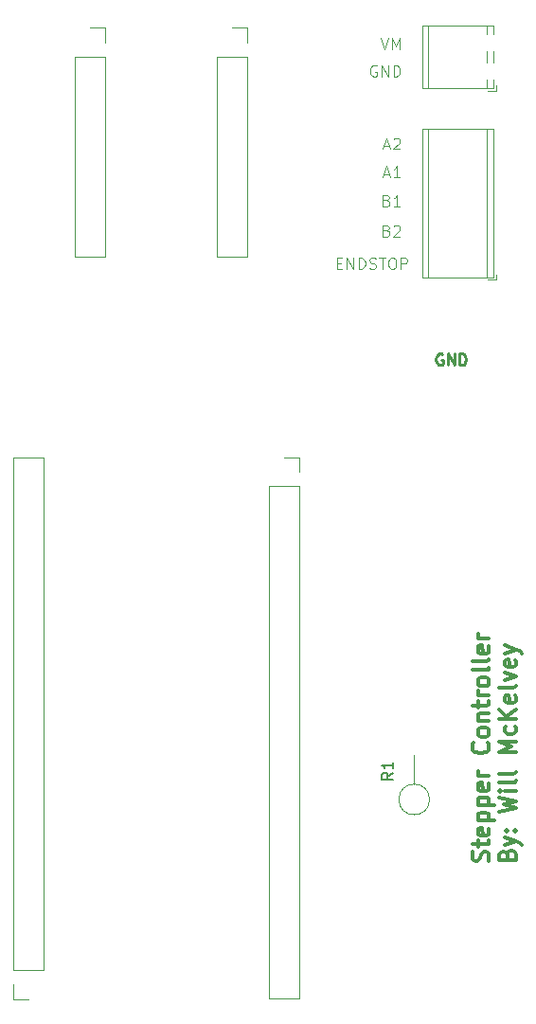
<source format=gto>
G04 #@! TF.GenerationSoftware,KiCad,Pcbnew,8.0.2*
G04 #@! TF.CreationDate,2024-07-19T17:57:26-05:00*
G04 #@! TF.ProjectId,syringe_pump_circuit,73797269-6e67-4655-9f70-756d705f6369,rev?*
G04 #@! TF.SameCoordinates,Original*
G04 #@! TF.FileFunction,Legend,Top*
G04 #@! TF.FilePolarity,Positive*
%FSLAX46Y46*%
G04 Gerber Fmt 4.6, Leading zero omitted, Abs format (unit mm)*
G04 Created by KiCad (PCBNEW 8.0.2) date 2024-07-19 17:57:26*
%MOMM*%
%LPD*%
G01*
G04 APERTURE LIST*
%ADD10C,0.250000*%
%ADD11C,0.300000*%
%ADD12C,0.100000*%
%ADD13C,0.150000*%
%ADD14C,0.120000*%
G04 APERTURE END LIST*
D10*
X188026377Y-69212238D02*
X187931139Y-69164619D01*
X187931139Y-69164619D02*
X187788282Y-69164619D01*
X187788282Y-69164619D02*
X187645425Y-69212238D01*
X187645425Y-69212238D02*
X187550187Y-69307476D01*
X187550187Y-69307476D02*
X187502568Y-69402714D01*
X187502568Y-69402714D02*
X187454949Y-69593190D01*
X187454949Y-69593190D02*
X187454949Y-69736047D01*
X187454949Y-69736047D02*
X187502568Y-69926523D01*
X187502568Y-69926523D02*
X187550187Y-70021761D01*
X187550187Y-70021761D02*
X187645425Y-70117000D01*
X187645425Y-70117000D02*
X187788282Y-70164619D01*
X187788282Y-70164619D02*
X187883520Y-70164619D01*
X187883520Y-70164619D02*
X188026377Y-70117000D01*
X188026377Y-70117000D02*
X188073996Y-70069380D01*
X188073996Y-70069380D02*
X188073996Y-69736047D01*
X188073996Y-69736047D02*
X187883520Y-69736047D01*
X188502568Y-70164619D02*
X188502568Y-69164619D01*
X188502568Y-69164619D02*
X189073996Y-70164619D01*
X189073996Y-70164619D02*
X189073996Y-69164619D01*
X189550187Y-70164619D02*
X189550187Y-69164619D01*
X189550187Y-69164619D02*
X189788282Y-69164619D01*
X189788282Y-69164619D02*
X189931139Y-69212238D01*
X189931139Y-69212238D02*
X190026377Y-69307476D01*
X190026377Y-69307476D02*
X190073996Y-69402714D01*
X190073996Y-69402714D02*
X190121615Y-69593190D01*
X190121615Y-69593190D02*
X190121615Y-69736047D01*
X190121615Y-69736047D02*
X190073996Y-69926523D01*
X190073996Y-69926523D02*
X190026377Y-70021761D01*
X190026377Y-70021761D02*
X189931139Y-70117000D01*
X189931139Y-70117000D02*
X189788282Y-70164619D01*
X189788282Y-70164619D02*
X189550187Y-70164619D01*
D11*
X192114484Y-114516917D02*
X192185912Y-114302632D01*
X192185912Y-114302632D02*
X192185912Y-113945489D01*
X192185912Y-113945489D02*
X192114484Y-113802632D01*
X192114484Y-113802632D02*
X192043055Y-113731203D01*
X192043055Y-113731203D02*
X191900198Y-113659774D01*
X191900198Y-113659774D02*
X191757341Y-113659774D01*
X191757341Y-113659774D02*
X191614484Y-113731203D01*
X191614484Y-113731203D02*
X191543055Y-113802632D01*
X191543055Y-113802632D02*
X191471626Y-113945489D01*
X191471626Y-113945489D02*
X191400198Y-114231203D01*
X191400198Y-114231203D02*
X191328769Y-114374060D01*
X191328769Y-114374060D02*
X191257341Y-114445489D01*
X191257341Y-114445489D02*
X191114484Y-114516917D01*
X191114484Y-114516917D02*
X190971626Y-114516917D01*
X190971626Y-114516917D02*
X190828769Y-114445489D01*
X190828769Y-114445489D02*
X190757341Y-114374060D01*
X190757341Y-114374060D02*
X190685912Y-114231203D01*
X190685912Y-114231203D02*
X190685912Y-113874060D01*
X190685912Y-113874060D02*
X190757341Y-113659774D01*
X191185912Y-113231203D02*
X191185912Y-112659775D01*
X190685912Y-113016918D02*
X191971626Y-113016918D01*
X191971626Y-113016918D02*
X192114484Y-112945489D01*
X192114484Y-112945489D02*
X192185912Y-112802632D01*
X192185912Y-112802632D02*
X192185912Y-112659775D01*
X192114484Y-111588346D02*
X192185912Y-111731203D01*
X192185912Y-111731203D02*
X192185912Y-112016918D01*
X192185912Y-112016918D02*
X192114484Y-112159775D01*
X192114484Y-112159775D02*
X191971626Y-112231203D01*
X191971626Y-112231203D02*
X191400198Y-112231203D01*
X191400198Y-112231203D02*
X191257341Y-112159775D01*
X191257341Y-112159775D02*
X191185912Y-112016918D01*
X191185912Y-112016918D02*
X191185912Y-111731203D01*
X191185912Y-111731203D02*
X191257341Y-111588346D01*
X191257341Y-111588346D02*
X191400198Y-111516918D01*
X191400198Y-111516918D02*
X191543055Y-111516918D01*
X191543055Y-111516918D02*
X191685912Y-112231203D01*
X191185912Y-110874061D02*
X192685912Y-110874061D01*
X191257341Y-110874061D02*
X191185912Y-110731204D01*
X191185912Y-110731204D02*
X191185912Y-110445489D01*
X191185912Y-110445489D02*
X191257341Y-110302632D01*
X191257341Y-110302632D02*
X191328769Y-110231204D01*
X191328769Y-110231204D02*
X191471626Y-110159775D01*
X191471626Y-110159775D02*
X191900198Y-110159775D01*
X191900198Y-110159775D02*
X192043055Y-110231204D01*
X192043055Y-110231204D02*
X192114484Y-110302632D01*
X192114484Y-110302632D02*
X192185912Y-110445489D01*
X192185912Y-110445489D02*
X192185912Y-110731204D01*
X192185912Y-110731204D02*
X192114484Y-110874061D01*
X191185912Y-109516918D02*
X192685912Y-109516918D01*
X191257341Y-109516918D02*
X191185912Y-109374061D01*
X191185912Y-109374061D02*
X191185912Y-109088346D01*
X191185912Y-109088346D02*
X191257341Y-108945489D01*
X191257341Y-108945489D02*
X191328769Y-108874061D01*
X191328769Y-108874061D02*
X191471626Y-108802632D01*
X191471626Y-108802632D02*
X191900198Y-108802632D01*
X191900198Y-108802632D02*
X192043055Y-108874061D01*
X192043055Y-108874061D02*
X192114484Y-108945489D01*
X192114484Y-108945489D02*
X192185912Y-109088346D01*
X192185912Y-109088346D02*
X192185912Y-109374061D01*
X192185912Y-109374061D02*
X192114484Y-109516918D01*
X192114484Y-107588346D02*
X192185912Y-107731203D01*
X192185912Y-107731203D02*
X192185912Y-108016918D01*
X192185912Y-108016918D02*
X192114484Y-108159775D01*
X192114484Y-108159775D02*
X191971626Y-108231203D01*
X191971626Y-108231203D02*
X191400198Y-108231203D01*
X191400198Y-108231203D02*
X191257341Y-108159775D01*
X191257341Y-108159775D02*
X191185912Y-108016918D01*
X191185912Y-108016918D02*
X191185912Y-107731203D01*
X191185912Y-107731203D02*
X191257341Y-107588346D01*
X191257341Y-107588346D02*
X191400198Y-107516918D01*
X191400198Y-107516918D02*
X191543055Y-107516918D01*
X191543055Y-107516918D02*
X191685912Y-108231203D01*
X192185912Y-106874061D02*
X191185912Y-106874061D01*
X191471626Y-106874061D02*
X191328769Y-106802632D01*
X191328769Y-106802632D02*
X191257341Y-106731204D01*
X191257341Y-106731204D02*
X191185912Y-106588346D01*
X191185912Y-106588346D02*
X191185912Y-106445489D01*
X192043055Y-103945490D02*
X192114484Y-104016918D01*
X192114484Y-104016918D02*
X192185912Y-104231204D01*
X192185912Y-104231204D02*
X192185912Y-104374061D01*
X192185912Y-104374061D02*
X192114484Y-104588347D01*
X192114484Y-104588347D02*
X191971626Y-104731204D01*
X191971626Y-104731204D02*
X191828769Y-104802633D01*
X191828769Y-104802633D02*
X191543055Y-104874061D01*
X191543055Y-104874061D02*
X191328769Y-104874061D01*
X191328769Y-104874061D02*
X191043055Y-104802633D01*
X191043055Y-104802633D02*
X190900198Y-104731204D01*
X190900198Y-104731204D02*
X190757341Y-104588347D01*
X190757341Y-104588347D02*
X190685912Y-104374061D01*
X190685912Y-104374061D02*
X190685912Y-104231204D01*
X190685912Y-104231204D02*
X190757341Y-104016918D01*
X190757341Y-104016918D02*
X190828769Y-103945490D01*
X192185912Y-103088347D02*
X192114484Y-103231204D01*
X192114484Y-103231204D02*
X192043055Y-103302633D01*
X192043055Y-103302633D02*
X191900198Y-103374061D01*
X191900198Y-103374061D02*
X191471626Y-103374061D01*
X191471626Y-103374061D02*
X191328769Y-103302633D01*
X191328769Y-103302633D02*
X191257341Y-103231204D01*
X191257341Y-103231204D02*
X191185912Y-103088347D01*
X191185912Y-103088347D02*
X191185912Y-102874061D01*
X191185912Y-102874061D02*
X191257341Y-102731204D01*
X191257341Y-102731204D02*
X191328769Y-102659776D01*
X191328769Y-102659776D02*
X191471626Y-102588347D01*
X191471626Y-102588347D02*
X191900198Y-102588347D01*
X191900198Y-102588347D02*
X192043055Y-102659776D01*
X192043055Y-102659776D02*
X192114484Y-102731204D01*
X192114484Y-102731204D02*
X192185912Y-102874061D01*
X192185912Y-102874061D02*
X192185912Y-103088347D01*
X191185912Y-101945490D02*
X192185912Y-101945490D01*
X191328769Y-101945490D02*
X191257341Y-101874061D01*
X191257341Y-101874061D02*
X191185912Y-101731204D01*
X191185912Y-101731204D02*
X191185912Y-101516918D01*
X191185912Y-101516918D02*
X191257341Y-101374061D01*
X191257341Y-101374061D02*
X191400198Y-101302633D01*
X191400198Y-101302633D02*
X192185912Y-101302633D01*
X191185912Y-100802632D02*
X191185912Y-100231204D01*
X190685912Y-100588347D02*
X191971626Y-100588347D01*
X191971626Y-100588347D02*
X192114484Y-100516918D01*
X192114484Y-100516918D02*
X192185912Y-100374061D01*
X192185912Y-100374061D02*
X192185912Y-100231204D01*
X192185912Y-99731204D02*
X191185912Y-99731204D01*
X191471626Y-99731204D02*
X191328769Y-99659775D01*
X191328769Y-99659775D02*
X191257341Y-99588347D01*
X191257341Y-99588347D02*
X191185912Y-99445489D01*
X191185912Y-99445489D02*
X191185912Y-99302632D01*
X192185912Y-98588347D02*
X192114484Y-98731204D01*
X192114484Y-98731204D02*
X192043055Y-98802633D01*
X192043055Y-98802633D02*
X191900198Y-98874061D01*
X191900198Y-98874061D02*
X191471626Y-98874061D01*
X191471626Y-98874061D02*
X191328769Y-98802633D01*
X191328769Y-98802633D02*
X191257341Y-98731204D01*
X191257341Y-98731204D02*
X191185912Y-98588347D01*
X191185912Y-98588347D02*
X191185912Y-98374061D01*
X191185912Y-98374061D02*
X191257341Y-98231204D01*
X191257341Y-98231204D02*
X191328769Y-98159776D01*
X191328769Y-98159776D02*
X191471626Y-98088347D01*
X191471626Y-98088347D02*
X191900198Y-98088347D01*
X191900198Y-98088347D02*
X192043055Y-98159776D01*
X192043055Y-98159776D02*
X192114484Y-98231204D01*
X192114484Y-98231204D02*
X192185912Y-98374061D01*
X192185912Y-98374061D02*
X192185912Y-98588347D01*
X192185912Y-97231204D02*
X192114484Y-97374061D01*
X192114484Y-97374061D02*
X191971626Y-97445490D01*
X191971626Y-97445490D02*
X190685912Y-97445490D01*
X192185912Y-96445490D02*
X192114484Y-96588347D01*
X192114484Y-96588347D02*
X191971626Y-96659776D01*
X191971626Y-96659776D02*
X190685912Y-96659776D01*
X192114484Y-95302633D02*
X192185912Y-95445490D01*
X192185912Y-95445490D02*
X192185912Y-95731205D01*
X192185912Y-95731205D02*
X192114484Y-95874062D01*
X192114484Y-95874062D02*
X191971626Y-95945490D01*
X191971626Y-95945490D02*
X191400198Y-95945490D01*
X191400198Y-95945490D02*
X191257341Y-95874062D01*
X191257341Y-95874062D02*
X191185912Y-95731205D01*
X191185912Y-95731205D02*
X191185912Y-95445490D01*
X191185912Y-95445490D02*
X191257341Y-95302633D01*
X191257341Y-95302633D02*
X191400198Y-95231205D01*
X191400198Y-95231205D02*
X191543055Y-95231205D01*
X191543055Y-95231205D02*
X191685912Y-95945490D01*
X192185912Y-94588348D02*
X191185912Y-94588348D01*
X191471626Y-94588348D02*
X191328769Y-94516919D01*
X191328769Y-94516919D02*
X191257341Y-94445491D01*
X191257341Y-94445491D02*
X191185912Y-94302633D01*
X191185912Y-94302633D02*
X191185912Y-94159776D01*
X193815114Y-113945489D02*
X193886542Y-113731203D01*
X193886542Y-113731203D02*
X193957971Y-113659774D01*
X193957971Y-113659774D02*
X194100828Y-113588346D01*
X194100828Y-113588346D02*
X194315114Y-113588346D01*
X194315114Y-113588346D02*
X194457971Y-113659774D01*
X194457971Y-113659774D02*
X194529400Y-113731203D01*
X194529400Y-113731203D02*
X194600828Y-113874060D01*
X194600828Y-113874060D02*
X194600828Y-114445489D01*
X194600828Y-114445489D02*
X193100828Y-114445489D01*
X193100828Y-114445489D02*
X193100828Y-113945489D01*
X193100828Y-113945489D02*
X193172257Y-113802632D01*
X193172257Y-113802632D02*
X193243685Y-113731203D01*
X193243685Y-113731203D02*
X193386542Y-113659774D01*
X193386542Y-113659774D02*
X193529400Y-113659774D01*
X193529400Y-113659774D02*
X193672257Y-113731203D01*
X193672257Y-113731203D02*
X193743685Y-113802632D01*
X193743685Y-113802632D02*
X193815114Y-113945489D01*
X193815114Y-113945489D02*
X193815114Y-114445489D01*
X193600828Y-113088346D02*
X194600828Y-112731203D01*
X193600828Y-112374060D02*
X194600828Y-112731203D01*
X194600828Y-112731203D02*
X194957971Y-112874060D01*
X194957971Y-112874060D02*
X195029400Y-112945489D01*
X195029400Y-112945489D02*
X195100828Y-113088346D01*
X194457971Y-111802632D02*
X194529400Y-111731203D01*
X194529400Y-111731203D02*
X194600828Y-111802632D01*
X194600828Y-111802632D02*
X194529400Y-111874060D01*
X194529400Y-111874060D02*
X194457971Y-111802632D01*
X194457971Y-111802632D02*
X194600828Y-111802632D01*
X193672257Y-111802632D02*
X193743685Y-111731203D01*
X193743685Y-111731203D02*
X193815114Y-111802632D01*
X193815114Y-111802632D02*
X193743685Y-111874060D01*
X193743685Y-111874060D02*
X193672257Y-111802632D01*
X193672257Y-111802632D02*
X193815114Y-111802632D01*
X193100828Y-110088346D02*
X194600828Y-109731203D01*
X194600828Y-109731203D02*
X193529400Y-109445489D01*
X193529400Y-109445489D02*
X194600828Y-109159774D01*
X194600828Y-109159774D02*
X193100828Y-108802632D01*
X194600828Y-108231203D02*
X193600828Y-108231203D01*
X193100828Y-108231203D02*
X193172257Y-108302631D01*
X193172257Y-108302631D02*
X193243685Y-108231203D01*
X193243685Y-108231203D02*
X193172257Y-108159774D01*
X193172257Y-108159774D02*
X193100828Y-108231203D01*
X193100828Y-108231203D02*
X193243685Y-108231203D01*
X194600828Y-107302631D02*
X194529400Y-107445488D01*
X194529400Y-107445488D02*
X194386542Y-107516917D01*
X194386542Y-107516917D02*
X193100828Y-107516917D01*
X194600828Y-106516917D02*
X194529400Y-106659774D01*
X194529400Y-106659774D02*
X194386542Y-106731203D01*
X194386542Y-106731203D02*
X193100828Y-106731203D01*
X194600828Y-104802632D02*
X193100828Y-104802632D01*
X193100828Y-104802632D02*
X194172257Y-104302632D01*
X194172257Y-104302632D02*
X193100828Y-103802632D01*
X193100828Y-103802632D02*
X194600828Y-103802632D01*
X194529400Y-102445489D02*
X194600828Y-102588346D01*
X194600828Y-102588346D02*
X194600828Y-102874060D01*
X194600828Y-102874060D02*
X194529400Y-103016917D01*
X194529400Y-103016917D02*
X194457971Y-103088346D01*
X194457971Y-103088346D02*
X194315114Y-103159774D01*
X194315114Y-103159774D02*
X193886542Y-103159774D01*
X193886542Y-103159774D02*
X193743685Y-103088346D01*
X193743685Y-103088346D02*
X193672257Y-103016917D01*
X193672257Y-103016917D02*
X193600828Y-102874060D01*
X193600828Y-102874060D02*
X193600828Y-102588346D01*
X193600828Y-102588346D02*
X193672257Y-102445489D01*
X194600828Y-101802632D02*
X193100828Y-101802632D01*
X194600828Y-100945489D02*
X193743685Y-101588346D01*
X193100828Y-100945489D02*
X193957971Y-101802632D01*
X194529400Y-99731203D02*
X194600828Y-99874060D01*
X194600828Y-99874060D02*
X194600828Y-100159775D01*
X194600828Y-100159775D02*
X194529400Y-100302632D01*
X194529400Y-100302632D02*
X194386542Y-100374060D01*
X194386542Y-100374060D02*
X193815114Y-100374060D01*
X193815114Y-100374060D02*
X193672257Y-100302632D01*
X193672257Y-100302632D02*
X193600828Y-100159775D01*
X193600828Y-100159775D02*
X193600828Y-99874060D01*
X193600828Y-99874060D02*
X193672257Y-99731203D01*
X193672257Y-99731203D02*
X193815114Y-99659775D01*
X193815114Y-99659775D02*
X193957971Y-99659775D01*
X193957971Y-99659775D02*
X194100828Y-100374060D01*
X194600828Y-98802632D02*
X194529400Y-98945489D01*
X194529400Y-98945489D02*
X194386542Y-99016918D01*
X194386542Y-99016918D02*
X193100828Y-99016918D01*
X193600828Y-98374061D02*
X194600828Y-98016918D01*
X194600828Y-98016918D02*
X193600828Y-97659775D01*
X194529400Y-96516918D02*
X194600828Y-96659775D01*
X194600828Y-96659775D02*
X194600828Y-96945490D01*
X194600828Y-96945490D02*
X194529400Y-97088347D01*
X194529400Y-97088347D02*
X194386542Y-97159775D01*
X194386542Y-97159775D02*
X193815114Y-97159775D01*
X193815114Y-97159775D02*
X193672257Y-97088347D01*
X193672257Y-97088347D02*
X193600828Y-96945490D01*
X193600828Y-96945490D02*
X193600828Y-96659775D01*
X193600828Y-96659775D02*
X193672257Y-96516918D01*
X193672257Y-96516918D02*
X193815114Y-96445490D01*
X193815114Y-96445490D02*
X193957971Y-96445490D01*
X193957971Y-96445490D02*
X194100828Y-97159775D01*
X193600828Y-95945490D02*
X194600828Y-95588347D01*
X193600828Y-95231204D02*
X194600828Y-95588347D01*
X194600828Y-95588347D02*
X194957971Y-95731204D01*
X194957971Y-95731204D02*
X195029400Y-95802633D01*
X195029400Y-95802633D02*
X195100828Y-95945490D01*
D12*
X182132455Y-43420038D02*
X182037217Y-43372419D01*
X182037217Y-43372419D02*
X181894360Y-43372419D01*
X181894360Y-43372419D02*
X181751503Y-43420038D01*
X181751503Y-43420038D02*
X181656265Y-43515276D01*
X181656265Y-43515276D02*
X181608646Y-43610514D01*
X181608646Y-43610514D02*
X181561027Y-43800990D01*
X181561027Y-43800990D02*
X181561027Y-43943847D01*
X181561027Y-43943847D02*
X181608646Y-44134323D01*
X181608646Y-44134323D02*
X181656265Y-44229561D01*
X181656265Y-44229561D02*
X181751503Y-44324800D01*
X181751503Y-44324800D02*
X181894360Y-44372419D01*
X181894360Y-44372419D02*
X181989598Y-44372419D01*
X181989598Y-44372419D02*
X182132455Y-44324800D01*
X182132455Y-44324800D02*
X182180074Y-44277180D01*
X182180074Y-44277180D02*
X182180074Y-43943847D01*
X182180074Y-43943847D02*
X181989598Y-43943847D01*
X182608646Y-44372419D02*
X182608646Y-43372419D01*
X182608646Y-43372419D02*
X183180074Y-44372419D01*
X183180074Y-44372419D02*
X183180074Y-43372419D01*
X183656265Y-44372419D02*
X183656265Y-43372419D01*
X183656265Y-43372419D02*
X183894360Y-43372419D01*
X183894360Y-43372419D02*
X184037217Y-43420038D01*
X184037217Y-43420038D02*
X184132455Y-43515276D01*
X184132455Y-43515276D02*
X184180074Y-43610514D01*
X184180074Y-43610514D02*
X184227693Y-43800990D01*
X184227693Y-43800990D02*
X184227693Y-43943847D01*
X184227693Y-43943847D02*
X184180074Y-44134323D01*
X184180074Y-44134323D02*
X184132455Y-44229561D01*
X184132455Y-44229561D02*
X184037217Y-44324800D01*
X184037217Y-44324800D02*
X183894360Y-44372419D01*
X183894360Y-44372419D02*
X183656265Y-44372419D01*
X182799122Y-50586704D02*
X183275312Y-50586704D01*
X182703884Y-50872419D02*
X183037217Y-49872419D01*
X183037217Y-49872419D02*
X183370550Y-50872419D01*
X183656265Y-49967657D02*
X183703884Y-49920038D01*
X183703884Y-49920038D02*
X183799122Y-49872419D01*
X183799122Y-49872419D02*
X184037217Y-49872419D01*
X184037217Y-49872419D02*
X184132455Y-49920038D01*
X184132455Y-49920038D02*
X184180074Y-49967657D01*
X184180074Y-49967657D02*
X184227693Y-50062895D01*
X184227693Y-50062895D02*
X184227693Y-50158133D01*
X184227693Y-50158133D02*
X184180074Y-50300990D01*
X184180074Y-50300990D02*
X183608646Y-50872419D01*
X183608646Y-50872419D02*
X184227693Y-50872419D01*
X183037217Y-58148609D02*
X183180074Y-58196228D01*
X183180074Y-58196228D02*
X183227693Y-58243847D01*
X183227693Y-58243847D02*
X183275312Y-58339085D01*
X183275312Y-58339085D02*
X183275312Y-58481942D01*
X183275312Y-58481942D02*
X183227693Y-58577180D01*
X183227693Y-58577180D02*
X183180074Y-58624800D01*
X183180074Y-58624800D02*
X183084836Y-58672419D01*
X183084836Y-58672419D02*
X182703884Y-58672419D01*
X182703884Y-58672419D02*
X182703884Y-57672419D01*
X182703884Y-57672419D02*
X183037217Y-57672419D01*
X183037217Y-57672419D02*
X183132455Y-57720038D01*
X183132455Y-57720038D02*
X183180074Y-57767657D01*
X183180074Y-57767657D02*
X183227693Y-57862895D01*
X183227693Y-57862895D02*
X183227693Y-57958133D01*
X183227693Y-57958133D02*
X183180074Y-58053371D01*
X183180074Y-58053371D02*
X183132455Y-58100990D01*
X183132455Y-58100990D02*
X183037217Y-58148609D01*
X183037217Y-58148609D02*
X182703884Y-58148609D01*
X183656265Y-57767657D02*
X183703884Y-57720038D01*
X183703884Y-57720038D02*
X183799122Y-57672419D01*
X183799122Y-57672419D02*
X184037217Y-57672419D01*
X184037217Y-57672419D02*
X184132455Y-57720038D01*
X184132455Y-57720038D02*
X184180074Y-57767657D01*
X184180074Y-57767657D02*
X184227693Y-57862895D01*
X184227693Y-57862895D02*
X184227693Y-57958133D01*
X184227693Y-57958133D02*
X184180074Y-58100990D01*
X184180074Y-58100990D02*
X183608646Y-58672419D01*
X183608646Y-58672419D02*
X184227693Y-58672419D01*
X183037217Y-55448609D02*
X183180074Y-55496228D01*
X183180074Y-55496228D02*
X183227693Y-55543847D01*
X183227693Y-55543847D02*
X183275312Y-55639085D01*
X183275312Y-55639085D02*
X183275312Y-55781942D01*
X183275312Y-55781942D02*
X183227693Y-55877180D01*
X183227693Y-55877180D02*
X183180074Y-55924800D01*
X183180074Y-55924800D02*
X183084836Y-55972419D01*
X183084836Y-55972419D02*
X182703884Y-55972419D01*
X182703884Y-55972419D02*
X182703884Y-54972419D01*
X182703884Y-54972419D02*
X183037217Y-54972419D01*
X183037217Y-54972419D02*
X183132455Y-55020038D01*
X183132455Y-55020038D02*
X183180074Y-55067657D01*
X183180074Y-55067657D02*
X183227693Y-55162895D01*
X183227693Y-55162895D02*
X183227693Y-55258133D01*
X183227693Y-55258133D02*
X183180074Y-55353371D01*
X183180074Y-55353371D02*
X183132455Y-55400990D01*
X183132455Y-55400990D02*
X183037217Y-55448609D01*
X183037217Y-55448609D02*
X182703884Y-55448609D01*
X184227693Y-55972419D02*
X183656265Y-55972419D01*
X183941979Y-55972419D02*
X183941979Y-54972419D01*
X183941979Y-54972419D02*
X183846741Y-55115276D01*
X183846741Y-55115276D02*
X183751503Y-55210514D01*
X183751503Y-55210514D02*
X183656265Y-55258133D01*
X182799122Y-53086704D02*
X183275312Y-53086704D01*
X182703884Y-53372419D02*
X183037217Y-52372419D01*
X183037217Y-52372419D02*
X183370550Y-53372419D01*
X184227693Y-53372419D02*
X183656265Y-53372419D01*
X183941979Y-53372419D02*
X183941979Y-52372419D01*
X183941979Y-52372419D02*
X183846741Y-52515276D01*
X183846741Y-52515276D02*
X183751503Y-52610514D01*
X183751503Y-52610514D02*
X183656265Y-52658133D01*
X182513408Y-40972419D02*
X182846741Y-41972419D01*
X182846741Y-41972419D02*
X183180074Y-40972419D01*
X183513408Y-41972419D02*
X183513408Y-40972419D01*
X183513408Y-40972419D02*
X183846741Y-41686704D01*
X183846741Y-41686704D02*
X184180074Y-40972419D01*
X184180074Y-40972419D02*
X184180074Y-41972419D01*
X178589598Y-61048609D02*
X178922931Y-61048609D01*
X179065788Y-61572419D02*
X178589598Y-61572419D01*
X178589598Y-61572419D02*
X178589598Y-60572419D01*
X178589598Y-60572419D02*
X179065788Y-60572419D01*
X179494360Y-61572419D02*
X179494360Y-60572419D01*
X179494360Y-60572419D02*
X180065788Y-61572419D01*
X180065788Y-61572419D02*
X180065788Y-60572419D01*
X180541979Y-61572419D02*
X180541979Y-60572419D01*
X180541979Y-60572419D02*
X180780074Y-60572419D01*
X180780074Y-60572419D02*
X180922931Y-60620038D01*
X180922931Y-60620038D02*
X181018169Y-60715276D01*
X181018169Y-60715276D02*
X181065788Y-60810514D01*
X181065788Y-60810514D02*
X181113407Y-61000990D01*
X181113407Y-61000990D02*
X181113407Y-61143847D01*
X181113407Y-61143847D02*
X181065788Y-61334323D01*
X181065788Y-61334323D02*
X181018169Y-61429561D01*
X181018169Y-61429561D02*
X180922931Y-61524800D01*
X180922931Y-61524800D02*
X180780074Y-61572419D01*
X180780074Y-61572419D02*
X180541979Y-61572419D01*
X181494360Y-61524800D02*
X181637217Y-61572419D01*
X181637217Y-61572419D02*
X181875312Y-61572419D01*
X181875312Y-61572419D02*
X181970550Y-61524800D01*
X181970550Y-61524800D02*
X182018169Y-61477180D01*
X182018169Y-61477180D02*
X182065788Y-61381942D01*
X182065788Y-61381942D02*
X182065788Y-61286704D01*
X182065788Y-61286704D02*
X182018169Y-61191466D01*
X182018169Y-61191466D02*
X181970550Y-61143847D01*
X181970550Y-61143847D02*
X181875312Y-61096228D01*
X181875312Y-61096228D02*
X181684836Y-61048609D01*
X181684836Y-61048609D02*
X181589598Y-61000990D01*
X181589598Y-61000990D02*
X181541979Y-60953371D01*
X181541979Y-60953371D02*
X181494360Y-60858133D01*
X181494360Y-60858133D02*
X181494360Y-60762895D01*
X181494360Y-60762895D02*
X181541979Y-60667657D01*
X181541979Y-60667657D02*
X181589598Y-60620038D01*
X181589598Y-60620038D02*
X181684836Y-60572419D01*
X181684836Y-60572419D02*
X181922931Y-60572419D01*
X181922931Y-60572419D02*
X182065788Y-60620038D01*
X182351503Y-60572419D02*
X182922931Y-60572419D01*
X182637217Y-61572419D02*
X182637217Y-60572419D01*
X183446741Y-60572419D02*
X183637217Y-60572419D01*
X183637217Y-60572419D02*
X183732455Y-60620038D01*
X183732455Y-60620038D02*
X183827693Y-60715276D01*
X183827693Y-60715276D02*
X183875312Y-60905752D01*
X183875312Y-60905752D02*
X183875312Y-61239085D01*
X183875312Y-61239085D02*
X183827693Y-61429561D01*
X183827693Y-61429561D02*
X183732455Y-61524800D01*
X183732455Y-61524800D02*
X183637217Y-61572419D01*
X183637217Y-61572419D02*
X183446741Y-61572419D01*
X183446741Y-61572419D02*
X183351503Y-61524800D01*
X183351503Y-61524800D02*
X183256265Y-61429561D01*
X183256265Y-61429561D02*
X183208646Y-61239085D01*
X183208646Y-61239085D02*
X183208646Y-60905752D01*
X183208646Y-60905752D02*
X183256265Y-60715276D01*
X183256265Y-60715276D02*
X183351503Y-60620038D01*
X183351503Y-60620038D02*
X183446741Y-60572419D01*
X184303884Y-61572419D02*
X184303884Y-60572419D01*
X184303884Y-60572419D02*
X184684836Y-60572419D01*
X184684836Y-60572419D02*
X184780074Y-60620038D01*
X184780074Y-60620038D02*
X184827693Y-60667657D01*
X184827693Y-60667657D02*
X184875312Y-60762895D01*
X184875312Y-60762895D02*
X184875312Y-60905752D01*
X184875312Y-60905752D02*
X184827693Y-61000990D01*
X184827693Y-61000990D02*
X184780074Y-61048609D01*
X184780074Y-61048609D02*
X184684836Y-61096228D01*
X184684836Y-61096228D02*
X184303884Y-61096228D01*
D13*
X183584819Y-106626666D02*
X183108628Y-106959999D01*
X183584819Y-107198094D02*
X182584819Y-107198094D01*
X182584819Y-107198094D02*
X182584819Y-106817142D01*
X182584819Y-106817142D02*
X182632438Y-106721904D01*
X182632438Y-106721904D02*
X182680057Y-106674285D01*
X182680057Y-106674285D02*
X182775295Y-106626666D01*
X182775295Y-106626666D02*
X182918152Y-106626666D01*
X182918152Y-106626666D02*
X183013390Y-106674285D01*
X183013390Y-106674285D02*
X183061009Y-106721904D01*
X183061009Y-106721904D02*
X183108628Y-106817142D01*
X183108628Y-106817142D02*
X183108628Y-107198094D01*
X183584819Y-105674285D02*
X183584819Y-106245713D01*
X183584819Y-105959999D02*
X182584819Y-105959999D01*
X182584819Y-105959999D02*
X182727676Y-106055237D01*
X182727676Y-106055237D02*
X182822914Y-106150475D01*
X182822914Y-106150475D02*
X182870533Y-106245713D01*
D14*
X170530000Y-42610000D02*
X170530000Y-60450000D01*
X170530000Y-40010000D02*
X170530000Y-41340000D01*
X169200000Y-40010000D02*
X170530000Y-40010000D01*
X167870000Y-60450000D02*
X170530000Y-60450000D01*
X167870000Y-42610000D02*
X170530000Y-42610000D01*
X167870000Y-42610000D02*
X167870000Y-60450000D01*
X186240000Y-49040000D02*
X192560000Y-49040000D01*
X186240000Y-62320000D02*
X186240000Y-49040000D01*
X186240000Y-62320000D02*
X192560000Y-62320000D01*
X186700000Y-62320000D02*
X186700000Y-49040000D01*
X192000000Y-62320000D02*
X192000000Y-49040000D01*
X192060000Y-62560000D02*
X192800000Y-62560000D01*
X192560000Y-62320000D02*
X192560000Y-49040000D01*
X192800000Y-62560000D02*
X192800000Y-62060000D01*
X155170000Y-42610000D02*
X155170000Y-60450000D01*
X155170000Y-42610000D02*
X157830000Y-42610000D01*
X155170000Y-60450000D02*
X157830000Y-60450000D01*
X156500000Y-40010000D02*
X157830000Y-40010000D01*
X157830000Y-40010000D02*
X157830000Y-41340000D01*
X157830000Y-42610000D02*
X157830000Y-60450000D01*
X172530000Y-81020000D02*
X172530000Y-126800000D01*
X172530000Y-81020000D02*
X175190000Y-81020000D01*
X172530000Y-126800000D02*
X175190000Y-126800000D01*
X173860000Y-78420000D02*
X175190000Y-78420000D01*
X175190000Y-78420000D02*
X175190000Y-79750000D01*
X175190000Y-81020000D02*
X175190000Y-126800000D01*
X149670000Y-124230000D02*
X149670000Y-78450000D01*
X149670000Y-126830000D02*
X149670000Y-125500000D01*
X151000000Y-126830000D02*
X149670000Y-126830000D01*
X152330000Y-78450000D02*
X149670000Y-78450000D01*
X152330000Y-124230000D02*
X149670000Y-124230000D01*
X152330000Y-124230000D02*
X152330000Y-78450000D01*
X185500000Y-107630000D02*
X185500000Y-105020000D01*
X186870000Y-109000000D02*
G75*
G02*
X184130000Y-109000000I-1370000J0D01*
G01*
X184130000Y-109000000D02*
G75*
G02*
X186870000Y-109000000I1370000J0D01*
G01*
X192800000Y-45700000D02*
X192800000Y-45200000D01*
X192560000Y-45460000D02*
X192560000Y-44690000D01*
X192560000Y-43110000D02*
X192560000Y-42150000D01*
X192560000Y-40570000D02*
X192560000Y-39800000D01*
X192060000Y-45700000D02*
X192800000Y-45700000D01*
X192000000Y-45460000D02*
X192000000Y-44690000D01*
X192000000Y-43110000D02*
X192000000Y-42150000D01*
X192000000Y-40570000D02*
X192000000Y-39800000D01*
X186700000Y-45460000D02*
X186700000Y-39800000D01*
X186240000Y-45460000D02*
X192560000Y-45460000D01*
X186240000Y-45460000D02*
X186240000Y-39800000D01*
X186240000Y-39800000D02*
X192560000Y-39800000D01*
M02*

</source>
